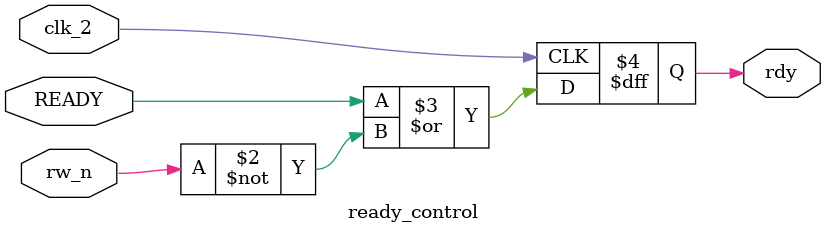
<source format=v>
/*
*
*                                          READY_CONTROL
*
*                                   Copyright (c) 2021 Kevin Lynch
*                             This file is licensed under the MIT license
*
 * the ready control block of the 6502 CPU.
 * the rdy output takes on the value of the ready input unless rw_n is low in which
 * case rdy is set high so that a write is not interrupted.
 */
module ready_control(clk_2, READY, rw_n, rdy);
  input clk_2;
  input READY;     //input pin ready; pad: 89
  input rw_n;      //read not write input pin (active low); pad: 1156
  output reg rdy;  //phi2 clocked version of ready or not writing; net 1718 (active high verson of net: 248)

  always @(posedge clk_2)
      rdy <= (READY | ~rw_n); //ignore ready pin if we are writing

endmodule

</source>
